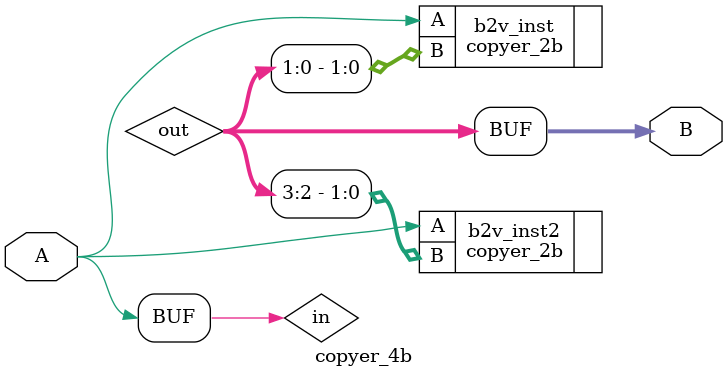
<source format=v>


module copyer_4b(
	A,
	B
);


input wire	[0:0] A;
output wire	[3:0] B;

wire	[0:0] in;
wire	[3:0] out;





copyer_2b	b2v_inst(
	.A(in),
	.B(out[1:0]));


copyer_2b	b2v_inst2(
	.A(in),
	.B(out[3:2]));

assign	B = out;
assign	in = A;

endmodule

</source>
